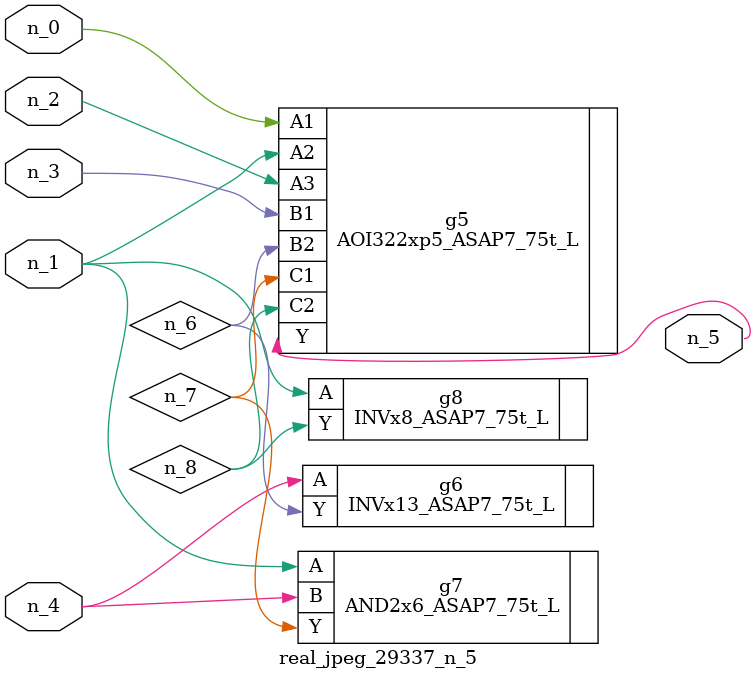
<source format=v>
module real_jpeg_29337_n_5 (n_4, n_0, n_1, n_2, n_3, n_5);

input n_4;
input n_0;
input n_1;
input n_2;
input n_3;

output n_5;

wire n_8;
wire n_6;
wire n_7;

AOI322xp5_ASAP7_75t_L g5 ( 
.A1(n_0),
.A2(n_1),
.A3(n_2),
.B1(n_3),
.B2(n_6),
.C1(n_7),
.C2(n_8),
.Y(n_5)
);

AND2x6_ASAP7_75t_L g7 ( 
.A(n_1),
.B(n_4),
.Y(n_7)
);

INVx8_ASAP7_75t_L g8 ( 
.A(n_1),
.Y(n_8)
);

INVx13_ASAP7_75t_L g6 ( 
.A(n_4),
.Y(n_6)
);


endmodule
</source>
